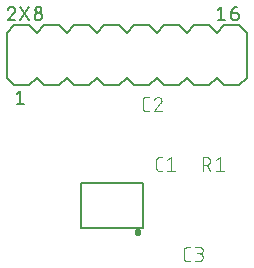
<source format=gbr>
G04 EAGLE Gerber RS-274X export*
G75*
%MOMM*%
%FSLAX34Y34*%
%LPD*%
%INSilkscreen Top*%
%IPPOS*%
%AMOC8*
5,1,8,0,0,1.08239X$1,22.5*%
G01*
%ADD10C,0.152400*%
%ADD11C,0.127000*%
%ADD12C,0.101600*%
%ADD13C,0.304800*%


D10*
X31750Y228600D02*
X44450Y228600D01*
X50800Y222250D01*
X57150Y228600D01*
X69850Y228600D01*
X76200Y222250D01*
X31750Y228600D02*
X25400Y222250D01*
X76200Y222250D02*
X82550Y228600D01*
X95250Y228600D01*
X101600Y222250D01*
X107950Y228600D02*
X120650Y228600D01*
X127000Y222250D01*
X133350Y228600D01*
X146050Y228600D01*
X152400Y222250D01*
X107950Y228600D02*
X101600Y222250D01*
X152400Y222250D02*
X158750Y228600D01*
X171450Y228600D01*
X177800Y222250D01*
X50800Y184150D02*
X44450Y177800D01*
X69850Y177800D02*
X76200Y184150D01*
X69850Y177800D02*
X57150Y177800D01*
X50800Y184150D01*
X25400Y184150D02*
X25400Y222250D01*
X25400Y184150D02*
X31750Y177800D01*
X44450Y177800D01*
X95250Y177800D02*
X101600Y184150D01*
X95250Y177800D02*
X82550Y177800D01*
X76200Y184150D01*
X120650Y177800D02*
X127000Y184150D01*
X146050Y177800D02*
X152400Y184150D01*
X146050Y177800D02*
X133350Y177800D01*
X127000Y184150D01*
X107950Y177800D02*
X101600Y184150D01*
X107950Y177800D02*
X120650Y177800D01*
X171450Y177800D02*
X177800Y184150D01*
X171450Y177800D02*
X158750Y177800D01*
X152400Y184150D01*
X184150Y228600D02*
X196850Y228600D01*
X203200Y222250D01*
X209550Y228600D01*
X222250Y228600D01*
X228600Y222250D01*
X184150Y228600D02*
X177800Y222250D01*
X228600Y222250D02*
X228600Y184150D01*
X203200Y184150D02*
X196850Y177800D01*
X222250Y177800D02*
X228600Y184150D01*
X222250Y177800D02*
X209550Y177800D01*
X203200Y184150D01*
X184150Y177800D02*
X177800Y184150D01*
X184150Y177800D02*
X196850Y177800D01*
D11*
X36830Y173355D02*
X33655Y170815D01*
X36830Y173355D02*
X36830Y161925D01*
X33655Y161925D02*
X40005Y161925D01*
X203835Y241935D02*
X207010Y244475D01*
X207010Y233045D01*
X203835Y233045D02*
X210185Y233045D01*
X215265Y239395D02*
X219075Y239395D01*
X219175Y239393D01*
X219274Y239387D01*
X219374Y239377D01*
X219472Y239364D01*
X219571Y239346D01*
X219668Y239325D01*
X219764Y239300D01*
X219860Y239271D01*
X219954Y239238D01*
X220047Y239202D01*
X220138Y239162D01*
X220228Y239118D01*
X220316Y239071D01*
X220402Y239021D01*
X220486Y238967D01*
X220568Y238910D01*
X220647Y238850D01*
X220725Y238786D01*
X220799Y238720D01*
X220871Y238651D01*
X220940Y238579D01*
X221006Y238505D01*
X221070Y238427D01*
X221130Y238348D01*
X221187Y238266D01*
X221241Y238182D01*
X221291Y238096D01*
X221338Y238008D01*
X221382Y237918D01*
X221422Y237827D01*
X221458Y237734D01*
X221491Y237640D01*
X221520Y237544D01*
X221545Y237448D01*
X221566Y237351D01*
X221584Y237252D01*
X221597Y237154D01*
X221607Y237054D01*
X221613Y236955D01*
X221615Y236855D01*
X221615Y236220D01*
X221613Y236109D01*
X221607Y235999D01*
X221598Y235888D01*
X221584Y235778D01*
X221567Y235669D01*
X221546Y235560D01*
X221521Y235452D01*
X221492Y235345D01*
X221460Y235239D01*
X221424Y235134D01*
X221384Y235031D01*
X221341Y234929D01*
X221294Y234828D01*
X221243Y234729D01*
X221190Y234632D01*
X221133Y234538D01*
X221072Y234445D01*
X221009Y234354D01*
X220942Y234265D01*
X220872Y234179D01*
X220799Y234096D01*
X220724Y234014D01*
X220646Y233936D01*
X220564Y233861D01*
X220481Y233788D01*
X220395Y233718D01*
X220306Y233651D01*
X220215Y233588D01*
X220122Y233527D01*
X220027Y233470D01*
X219931Y233417D01*
X219832Y233366D01*
X219731Y233319D01*
X219629Y233276D01*
X219526Y233236D01*
X219421Y233200D01*
X219315Y233168D01*
X219208Y233139D01*
X219100Y233114D01*
X218991Y233093D01*
X218882Y233076D01*
X218772Y233062D01*
X218661Y233053D01*
X218551Y233047D01*
X218440Y233045D01*
X218329Y233047D01*
X218219Y233053D01*
X218108Y233062D01*
X217998Y233076D01*
X217889Y233093D01*
X217780Y233114D01*
X217672Y233139D01*
X217565Y233168D01*
X217459Y233200D01*
X217354Y233236D01*
X217251Y233276D01*
X217149Y233319D01*
X217048Y233366D01*
X216949Y233417D01*
X216853Y233470D01*
X216758Y233527D01*
X216665Y233588D01*
X216574Y233651D01*
X216485Y233718D01*
X216399Y233788D01*
X216316Y233861D01*
X216234Y233936D01*
X216156Y234014D01*
X216081Y234096D01*
X216008Y234179D01*
X215938Y234265D01*
X215871Y234354D01*
X215808Y234445D01*
X215747Y234538D01*
X215690Y234633D01*
X215637Y234729D01*
X215586Y234828D01*
X215539Y234929D01*
X215496Y235031D01*
X215456Y235134D01*
X215420Y235239D01*
X215388Y235345D01*
X215359Y235452D01*
X215334Y235560D01*
X215313Y235669D01*
X215296Y235778D01*
X215282Y235888D01*
X215273Y235999D01*
X215267Y236109D01*
X215265Y236220D01*
X215265Y239395D01*
X215267Y239535D01*
X215273Y239675D01*
X215282Y239815D01*
X215296Y239954D01*
X215313Y240093D01*
X215334Y240231D01*
X215359Y240369D01*
X215388Y240506D01*
X215420Y240642D01*
X215457Y240777D01*
X215497Y240911D01*
X215540Y241044D01*
X215588Y241176D01*
X215638Y241307D01*
X215693Y241436D01*
X215751Y241563D01*
X215812Y241689D01*
X215877Y241813D01*
X215946Y241935D01*
X216017Y242055D01*
X216092Y242173D01*
X216170Y242290D01*
X216252Y242404D01*
X216336Y242515D01*
X216424Y242624D01*
X216514Y242731D01*
X216608Y242836D01*
X216704Y242937D01*
X216803Y243036D01*
X216904Y243132D01*
X217009Y243226D01*
X217116Y243316D01*
X217225Y243404D01*
X217336Y243488D01*
X217450Y243570D01*
X217567Y243648D01*
X217685Y243723D01*
X217805Y243794D01*
X217927Y243863D01*
X218051Y243928D01*
X218177Y243989D01*
X218304Y244047D01*
X218433Y244102D01*
X218564Y244152D01*
X218696Y244200D01*
X218829Y244243D01*
X218963Y244283D01*
X219098Y244320D01*
X219234Y244352D01*
X219371Y244381D01*
X219509Y244406D01*
X219647Y244427D01*
X219786Y244444D01*
X219925Y244458D01*
X220065Y244467D01*
X220205Y244473D01*
X220345Y244475D01*
X32386Y241618D02*
X32384Y241722D01*
X32378Y241827D01*
X32369Y241931D01*
X32356Y242034D01*
X32338Y242137D01*
X32318Y242239D01*
X32293Y242341D01*
X32265Y242441D01*
X32233Y242541D01*
X32197Y242639D01*
X32158Y242736D01*
X32116Y242831D01*
X32070Y242925D01*
X32020Y243017D01*
X31968Y243107D01*
X31912Y243195D01*
X31852Y243281D01*
X31790Y243365D01*
X31725Y243446D01*
X31657Y243525D01*
X31585Y243602D01*
X31512Y243675D01*
X31435Y243747D01*
X31356Y243815D01*
X31275Y243880D01*
X31191Y243942D01*
X31105Y244002D01*
X31017Y244058D01*
X30927Y244110D01*
X30835Y244160D01*
X30741Y244206D01*
X30646Y244248D01*
X30549Y244287D01*
X30451Y244323D01*
X30351Y244355D01*
X30251Y244383D01*
X30149Y244408D01*
X30047Y244428D01*
X29944Y244446D01*
X29841Y244459D01*
X29737Y244468D01*
X29632Y244474D01*
X29528Y244476D01*
X29528Y244475D02*
X29410Y244473D01*
X29291Y244467D01*
X29173Y244458D01*
X29056Y244445D01*
X28939Y244427D01*
X28822Y244407D01*
X28706Y244382D01*
X28591Y244354D01*
X28478Y244321D01*
X28365Y244286D01*
X28253Y244246D01*
X28143Y244204D01*
X28034Y244157D01*
X27926Y244107D01*
X27821Y244054D01*
X27717Y243997D01*
X27615Y243937D01*
X27515Y243874D01*
X27417Y243807D01*
X27321Y243738D01*
X27228Y243665D01*
X27137Y243589D01*
X27048Y243511D01*
X26962Y243429D01*
X26879Y243345D01*
X26798Y243259D01*
X26721Y243169D01*
X26646Y243078D01*
X26574Y242984D01*
X26505Y242887D01*
X26440Y242789D01*
X26377Y242688D01*
X26318Y242585D01*
X26262Y242481D01*
X26210Y242375D01*
X26161Y242267D01*
X26116Y242158D01*
X26074Y242047D01*
X26036Y241935D01*
X31433Y239396D02*
X31509Y239471D01*
X31584Y239550D01*
X31655Y239631D01*
X31724Y239715D01*
X31789Y239801D01*
X31851Y239889D01*
X31911Y239979D01*
X31967Y240071D01*
X32020Y240166D01*
X32069Y240262D01*
X32115Y240360D01*
X32158Y240459D01*
X32197Y240560D01*
X32232Y240662D01*
X32264Y240765D01*
X32292Y240869D01*
X32317Y240974D01*
X32338Y241081D01*
X32355Y241187D01*
X32368Y241294D01*
X32377Y241402D01*
X32383Y241510D01*
X32385Y241618D01*
X31433Y239395D02*
X26035Y233045D01*
X32385Y233045D01*
X36830Y233045D02*
X44450Y244475D01*
X36830Y244475D02*
X44450Y233045D01*
X48895Y236220D02*
X48897Y236331D01*
X48903Y236441D01*
X48912Y236552D01*
X48926Y236662D01*
X48943Y236771D01*
X48964Y236880D01*
X48989Y236988D01*
X49018Y237095D01*
X49050Y237201D01*
X49086Y237306D01*
X49126Y237409D01*
X49169Y237511D01*
X49216Y237612D01*
X49267Y237711D01*
X49320Y237808D01*
X49377Y237902D01*
X49438Y237995D01*
X49501Y238086D01*
X49568Y238175D01*
X49638Y238261D01*
X49711Y238344D01*
X49786Y238426D01*
X49864Y238504D01*
X49946Y238579D01*
X50029Y238652D01*
X50115Y238722D01*
X50204Y238789D01*
X50295Y238852D01*
X50388Y238913D01*
X50482Y238970D01*
X50579Y239023D01*
X50678Y239074D01*
X50779Y239121D01*
X50881Y239164D01*
X50984Y239204D01*
X51089Y239240D01*
X51195Y239272D01*
X51302Y239301D01*
X51410Y239326D01*
X51519Y239347D01*
X51628Y239364D01*
X51738Y239378D01*
X51849Y239387D01*
X51959Y239393D01*
X52070Y239395D01*
X52181Y239393D01*
X52291Y239387D01*
X52402Y239378D01*
X52512Y239364D01*
X52621Y239347D01*
X52730Y239326D01*
X52838Y239301D01*
X52945Y239272D01*
X53051Y239240D01*
X53156Y239204D01*
X53259Y239164D01*
X53361Y239121D01*
X53462Y239074D01*
X53561Y239023D01*
X53658Y238970D01*
X53752Y238913D01*
X53845Y238852D01*
X53936Y238789D01*
X54025Y238722D01*
X54111Y238652D01*
X54194Y238579D01*
X54276Y238504D01*
X54354Y238426D01*
X54429Y238344D01*
X54502Y238261D01*
X54572Y238175D01*
X54639Y238086D01*
X54702Y237995D01*
X54763Y237902D01*
X54820Y237808D01*
X54873Y237711D01*
X54924Y237612D01*
X54971Y237511D01*
X55014Y237409D01*
X55054Y237306D01*
X55090Y237201D01*
X55122Y237095D01*
X55151Y236988D01*
X55176Y236880D01*
X55197Y236771D01*
X55214Y236662D01*
X55228Y236552D01*
X55237Y236441D01*
X55243Y236331D01*
X55245Y236220D01*
X55243Y236109D01*
X55237Y235999D01*
X55228Y235888D01*
X55214Y235778D01*
X55197Y235669D01*
X55176Y235560D01*
X55151Y235452D01*
X55122Y235345D01*
X55090Y235239D01*
X55054Y235134D01*
X55014Y235031D01*
X54971Y234929D01*
X54924Y234828D01*
X54873Y234729D01*
X54820Y234632D01*
X54763Y234538D01*
X54702Y234445D01*
X54639Y234354D01*
X54572Y234265D01*
X54502Y234179D01*
X54429Y234096D01*
X54354Y234014D01*
X54276Y233936D01*
X54194Y233861D01*
X54111Y233788D01*
X54025Y233718D01*
X53936Y233651D01*
X53845Y233588D01*
X53752Y233527D01*
X53657Y233470D01*
X53561Y233417D01*
X53462Y233366D01*
X53361Y233319D01*
X53259Y233276D01*
X53156Y233236D01*
X53051Y233200D01*
X52945Y233168D01*
X52838Y233139D01*
X52730Y233114D01*
X52621Y233093D01*
X52512Y233076D01*
X52402Y233062D01*
X52291Y233053D01*
X52181Y233047D01*
X52070Y233045D01*
X51959Y233047D01*
X51849Y233053D01*
X51738Y233062D01*
X51628Y233076D01*
X51519Y233093D01*
X51410Y233114D01*
X51302Y233139D01*
X51195Y233168D01*
X51089Y233200D01*
X50984Y233236D01*
X50881Y233276D01*
X50779Y233319D01*
X50678Y233366D01*
X50579Y233417D01*
X50483Y233470D01*
X50388Y233527D01*
X50295Y233588D01*
X50204Y233651D01*
X50115Y233718D01*
X50029Y233788D01*
X49946Y233861D01*
X49864Y233936D01*
X49786Y234014D01*
X49711Y234096D01*
X49638Y234179D01*
X49568Y234265D01*
X49501Y234354D01*
X49438Y234445D01*
X49377Y234538D01*
X49320Y234633D01*
X49267Y234729D01*
X49216Y234828D01*
X49169Y234929D01*
X49126Y235031D01*
X49086Y235134D01*
X49050Y235239D01*
X49018Y235345D01*
X48989Y235452D01*
X48964Y235560D01*
X48943Y235669D01*
X48926Y235778D01*
X48912Y235888D01*
X48903Y235999D01*
X48897Y236109D01*
X48895Y236220D01*
X49530Y241935D02*
X49532Y242035D01*
X49538Y242134D01*
X49548Y242234D01*
X49561Y242332D01*
X49579Y242431D01*
X49600Y242528D01*
X49625Y242624D01*
X49654Y242720D01*
X49687Y242814D01*
X49723Y242907D01*
X49763Y242998D01*
X49807Y243088D01*
X49854Y243176D01*
X49904Y243262D01*
X49958Y243346D01*
X50015Y243428D01*
X50075Y243507D01*
X50139Y243585D01*
X50205Y243659D01*
X50274Y243731D01*
X50346Y243800D01*
X50420Y243866D01*
X50498Y243930D01*
X50577Y243990D01*
X50659Y244047D01*
X50743Y244101D01*
X50829Y244151D01*
X50917Y244198D01*
X51007Y244242D01*
X51098Y244282D01*
X51191Y244318D01*
X51285Y244351D01*
X51381Y244380D01*
X51477Y244405D01*
X51574Y244426D01*
X51673Y244444D01*
X51771Y244457D01*
X51871Y244467D01*
X51970Y244473D01*
X52070Y244475D01*
X52170Y244473D01*
X52269Y244467D01*
X52369Y244457D01*
X52467Y244444D01*
X52566Y244426D01*
X52663Y244405D01*
X52759Y244380D01*
X52855Y244351D01*
X52949Y244318D01*
X53042Y244282D01*
X53133Y244242D01*
X53223Y244198D01*
X53311Y244151D01*
X53397Y244101D01*
X53481Y244047D01*
X53563Y243990D01*
X53642Y243930D01*
X53720Y243866D01*
X53794Y243800D01*
X53866Y243731D01*
X53935Y243659D01*
X54001Y243585D01*
X54065Y243507D01*
X54125Y243428D01*
X54182Y243346D01*
X54236Y243262D01*
X54286Y243176D01*
X54333Y243088D01*
X54377Y242998D01*
X54417Y242907D01*
X54453Y242814D01*
X54486Y242720D01*
X54515Y242624D01*
X54540Y242528D01*
X54561Y242431D01*
X54579Y242332D01*
X54592Y242234D01*
X54602Y242134D01*
X54608Y242035D01*
X54610Y241935D01*
X54608Y241835D01*
X54602Y241736D01*
X54592Y241636D01*
X54579Y241538D01*
X54561Y241439D01*
X54540Y241342D01*
X54515Y241246D01*
X54486Y241150D01*
X54453Y241056D01*
X54417Y240963D01*
X54377Y240872D01*
X54333Y240782D01*
X54286Y240694D01*
X54236Y240608D01*
X54182Y240524D01*
X54125Y240442D01*
X54065Y240363D01*
X54001Y240285D01*
X53935Y240211D01*
X53866Y240139D01*
X53794Y240070D01*
X53720Y240004D01*
X53642Y239940D01*
X53563Y239880D01*
X53481Y239823D01*
X53397Y239769D01*
X53311Y239719D01*
X53223Y239672D01*
X53133Y239628D01*
X53042Y239588D01*
X52949Y239552D01*
X52855Y239519D01*
X52759Y239490D01*
X52663Y239465D01*
X52566Y239444D01*
X52467Y239426D01*
X52369Y239413D01*
X52269Y239403D01*
X52170Y239397D01*
X52070Y239395D01*
X51970Y239397D01*
X51871Y239403D01*
X51771Y239413D01*
X51673Y239426D01*
X51574Y239444D01*
X51477Y239465D01*
X51381Y239490D01*
X51285Y239519D01*
X51191Y239552D01*
X51098Y239588D01*
X51007Y239628D01*
X50917Y239672D01*
X50829Y239719D01*
X50743Y239769D01*
X50659Y239823D01*
X50577Y239880D01*
X50498Y239940D01*
X50420Y240004D01*
X50346Y240070D01*
X50274Y240139D01*
X50205Y240211D01*
X50139Y240285D01*
X50075Y240363D01*
X50015Y240442D01*
X49958Y240524D01*
X49904Y240608D01*
X49854Y240694D01*
X49807Y240782D01*
X49763Y240872D01*
X49723Y240963D01*
X49687Y241056D01*
X49654Y241150D01*
X49625Y241246D01*
X49600Y241342D01*
X49579Y241439D01*
X49561Y241538D01*
X49548Y241636D01*
X49538Y241736D01*
X49532Y241835D01*
X49530Y241935D01*
D12*
X154314Y105283D02*
X156911Y105283D01*
X154314Y105283D02*
X154215Y105285D01*
X154115Y105291D01*
X154016Y105300D01*
X153918Y105313D01*
X153820Y105330D01*
X153722Y105351D01*
X153626Y105376D01*
X153531Y105404D01*
X153437Y105436D01*
X153344Y105471D01*
X153252Y105510D01*
X153162Y105553D01*
X153074Y105598D01*
X152987Y105648D01*
X152903Y105700D01*
X152820Y105756D01*
X152740Y105814D01*
X152662Y105876D01*
X152587Y105941D01*
X152514Y106009D01*
X152444Y106079D01*
X152376Y106152D01*
X152311Y106227D01*
X152249Y106305D01*
X152191Y106385D01*
X152135Y106468D01*
X152083Y106552D01*
X152033Y106639D01*
X151988Y106727D01*
X151945Y106817D01*
X151906Y106909D01*
X151871Y107002D01*
X151839Y107096D01*
X151811Y107191D01*
X151786Y107287D01*
X151765Y107385D01*
X151748Y107483D01*
X151735Y107581D01*
X151726Y107680D01*
X151720Y107780D01*
X151718Y107879D01*
X151718Y114371D01*
X151720Y114470D01*
X151726Y114570D01*
X151735Y114669D01*
X151748Y114767D01*
X151765Y114865D01*
X151786Y114963D01*
X151811Y115059D01*
X151839Y115154D01*
X151871Y115248D01*
X151906Y115341D01*
X151945Y115433D01*
X151988Y115523D01*
X152033Y115611D01*
X152083Y115698D01*
X152135Y115782D01*
X152191Y115865D01*
X152249Y115945D01*
X152311Y116023D01*
X152376Y116098D01*
X152444Y116171D01*
X152514Y116241D01*
X152587Y116309D01*
X152662Y116374D01*
X152740Y116436D01*
X152820Y116494D01*
X152903Y116550D01*
X152987Y116602D01*
X153074Y116652D01*
X153162Y116697D01*
X153252Y116740D01*
X153344Y116779D01*
X153436Y116814D01*
X153531Y116846D01*
X153626Y116874D01*
X153722Y116899D01*
X153820Y116920D01*
X153918Y116937D01*
X154016Y116950D01*
X154115Y116959D01*
X154215Y116965D01*
X154314Y116967D01*
X156911Y116967D01*
X161276Y114371D02*
X164521Y116967D01*
X164521Y105283D01*
X161276Y105283D02*
X167767Y105283D01*
X145401Y156083D02*
X142804Y156083D01*
X142705Y156085D01*
X142605Y156091D01*
X142506Y156100D01*
X142408Y156113D01*
X142310Y156130D01*
X142212Y156151D01*
X142116Y156176D01*
X142021Y156204D01*
X141927Y156236D01*
X141834Y156271D01*
X141742Y156310D01*
X141652Y156353D01*
X141564Y156398D01*
X141477Y156448D01*
X141393Y156500D01*
X141310Y156556D01*
X141230Y156614D01*
X141152Y156676D01*
X141077Y156741D01*
X141004Y156809D01*
X140934Y156879D01*
X140866Y156952D01*
X140801Y157027D01*
X140739Y157105D01*
X140681Y157185D01*
X140625Y157268D01*
X140573Y157352D01*
X140523Y157439D01*
X140478Y157527D01*
X140435Y157617D01*
X140396Y157709D01*
X140361Y157802D01*
X140329Y157896D01*
X140301Y157991D01*
X140276Y158087D01*
X140255Y158185D01*
X140238Y158283D01*
X140225Y158381D01*
X140216Y158480D01*
X140210Y158580D01*
X140208Y158679D01*
X140208Y165171D01*
X140210Y165270D01*
X140216Y165370D01*
X140225Y165469D01*
X140238Y165567D01*
X140255Y165665D01*
X140276Y165763D01*
X140301Y165859D01*
X140329Y165954D01*
X140361Y166048D01*
X140396Y166141D01*
X140435Y166233D01*
X140478Y166323D01*
X140523Y166411D01*
X140573Y166498D01*
X140625Y166582D01*
X140681Y166665D01*
X140739Y166745D01*
X140801Y166823D01*
X140866Y166898D01*
X140934Y166971D01*
X141004Y167041D01*
X141077Y167109D01*
X141152Y167174D01*
X141230Y167236D01*
X141310Y167294D01*
X141393Y167350D01*
X141477Y167402D01*
X141564Y167452D01*
X141652Y167497D01*
X141742Y167540D01*
X141834Y167579D01*
X141926Y167614D01*
X142021Y167646D01*
X142116Y167674D01*
X142212Y167699D01*
X142310Y167720D01*
X142408Y167737D01*
X142506Y167750D01*
X142605Y167759D01*
X142705Y167765D01*
X142804Y167767D01*
X145401Y167767D01*
X153336Y167767D02*
X153443Y167765D01*
X153549Y167759D01*
X153655Y167749D01*
X153761Y167736D01*
X153867Y167718D01*
X153971Y167697D01*
X154075Y167672D01*
X154178Y167643D01*
X154279Y167611D01*
X154379Y167574D01*
X154478Y167534D01*
X154576Y167491D01*
X154672Y167444D01*
X154766Y167393D01*
X154858Y167339D01*
X154948Y167282D01*
X155036Y167222D01*
X155121Y167158D01*
X155204Y167091D01*
X155285Y167021D01*
X155363Y166949D01*
X155439Y166873D01*
X155511Y166795D01*
X155581Y166714D01*
X155648Y166631D01*
X155712Y166546D01*
X155772Y166458D01*
X155829Y166368D01*
X155883Y166276D01*
X155934Y166182D01*
X155981Y166086D01*
X156024Y165988D01*
X156064Y165889D01*
X156101Y165789D01*
X156133Y165688D01*
X156162Y165585D01*
X156187Y165481D01*
X156208Y165377D01*
X156226Y165271D01*
X156239Y165165D01*
X156249Y165059D01*
X156255Y164953D01*
X156257Y164846D01*
X153336Y167767D02*
X153215Y167765D01*
X153094Y167759D01*
X152974Y167749D01*
X152853Y167736D01*
X152734Y167718D01*
X152614Y167697D01*
X152496Y167672D01*
X152379Y167643D01*
X152262Y167610D01*
X152147Y167574D01*
X152033Y167533D01*
X151920Y167490D01*
X151808Y167442D01*
X151699Y167391D01*
X151591Y167336D01*
X151484Y167278D01*
X151380Y167217D01*
X151278Y167152D01*
X151178Y167084D01*
X151080Y167013D01*
X150984Y166939D01*
X150891Y166862D01*
X150801Y166781D01*
X150713Y166698D01*
X150628Y166612D01*
X150545Y166523D01*
X150466Y166432D01*
X150389Y166338D01*
X150316Y166242D01*
X150246Y166144D01*
X150179Y166043D01*
X150115Y165940D01*
X150055Y165835D01*
X149998Y165728D01*
X149944Y165620D01*
X149894Y165510D01*
X149848Y165398D01*
X149805Y165285D01*
X149766Y165170D01*
X155284Y162574D02*
X155363Y162651D01*
X155439Y162732D01*
X155512Y162815D01*
X155582Y162900D01*
X155649Y162988D01*
X155713Y163078D01*
X155773Y163170D01*
X155830Y163265D01*
X155884Y163361D01*
X155935Y163459D01*
X155982Y163559D01*
X156026Y163661D01*
X156066Y163764D01*
X156102Y163868D01*
X156134Y163974D01*
X156163Y164080D01*
X156188Y164188D01*
X156210Y164296D01*
X156227Y164406D01*
X156241Y164515D01*
X156250Y164625D01*
X156256Y164736D01*
X156258Y164846D01*
X155284Y162574D02*
X149766Y156083D01*
X156257Y156083D01*
X177729Y29083D02*
X180326Y29083D01*
X177729Y29083D02*
X177630Y29085D01*
X177530Y29091D01*
X177431Y29100D01*
X177333Y29113D01*
X177235Y29130D01*
X177137Y29151D01*
X177041Y29176D01*
X176946Y29204D01*
X176852Y29236D01*
X176759Y29271D01*
X176667Y29310D01*
X176577Y29353D01*
X176489Y29398D01*
X176402Y29448D01*
X176318Y29500D01*
X176235Y29556D01*
X176155Y29614D01*
X176077Y29676D01*
X176002Y29741D01*
X175929Y29809D01*
X175859Y29879D01*
X175791Y29952D01*
X175726Y30027D01*
X175664Y30105D01*
X175606Y30185D01*
X175550Y30268D01*
X175498Y30352D01*
X175448Y30439D01*
X175403Y30527D01*
X175360Y30617D01*
X175321Y30709D01*
X175286Y30802D01*
X175254Y30896D01*
X175226Y30991D01*
X175201Y31087D01*
X175180Y31185D01*
X175163Y31283D01*
X175150Y31381D01*
X175141Y31480D01*
X175135Y31580D01*
X175133Y31679D01*
X175133Y38171D01*
X175135Y38270D01*
X175141Y38370D01*
X175150Y38469D01*
X175163Y38567D01*
X175180Y38665D01*
X175201Y38763D01*
X175226Y38859D01*
X175254Y38954D01*
X175286Y39048D01*
X175321Y39141D01*
X175360Y39233D01*
X175403Y39323D01*
X175448Y39411D01*
X175498Y39498D01*
X175550Y39582D01*
X175606Y39665D01*
X175664Y39745D01*
X175726Y39823D01*
X175791Y39898D01*
X175859Y39971D01*
X175929Y40041D01*
X176002Y40109D01*
X176077Y40174D01*
X176155Y40236D01*
X176235Y40294D01*
X176318Y40350D01*
X176402Y40402D01*
X176489Y40452D01*
X176577Y40497D01*
X176667Y40540D01*
X176759Y40579D01*
X176851Y40614D01*
X176946Y40646D01*
X177041Y40674D01*
X177137Y40699D01*
X177235Y40720D01*
X177333Y40737D01*
X177431Y40750D01*
X177530Y40759D01*
X177630Y40765D01*
X177729Y40767D01*
X180326Y40767D01*
X184691Y29083D02*
X187937Y29083D01*
X188050Y29085D01*
X188163Y29091D01*
X188276Y29101D01*
X188389Y29115D01*
X188501Y29132D01*
X188612Y29154D01*
X188722Y29179D01*
X188832Y29209D01*
X188940Y29242D01*
X189047Y29279D01*
X189153Y29319D01*
X189257Y29364D01*
X189360Y29412D01*
X189461Y29463D01*
X189560Y29518D01*
X189657Y29576D01*
X189752Y29638D01*
X189845Y29703D01*
X189935Y29771D01*
X190023Y29842D01*
X190109Y29917D01*
X190192Y29994D01*
X190272Y30074D01*
X190349Y30157D01*
X190424Y30243D01*
X190495Y30331D01*
X190563Y30421D01*
X190628Y30514D01*
X190690Y30609D01*
X190748Y30706D01*
X190803Y30805D01*
X190854Y30906D01*
X190902Y31009D01*
X190947Y31113D01*
X190987Y31219D01*
X191024Y31326D01*
X191057Y31434D01*
X191087Y31544D01*
X191112Y31654D01*
X191134Y31765D01*
X191151Y31877D01*
X191165Y31990D01*
X191175Y32103D01*
X191181Y32216D01*
X191183Y32329D01*
X191181Y32442D01*
X191175Y32555D01*
X191165Y32668D01*
X191151Y32781D01*
X191134Y32893D01*
X191112Y33004D01*
X191087Y33114D01*
X191057Y33224D01*
X191024Y33332D01*
X190987Y33439D01*
X190947Y33545D01*
X190902Y33649D01*
X190854Y33752D01*
X190803Y33853D01*
X190748Y33952D01*
X190690Y34049D01*
X190628Y34144D01*
X190563Y34237D01*
X190495Y34327D01*
X190424Y34415D01*
X190349Y34501D01*
X190272Y34584D01*
X190192Y34664D01*
X190109Y34741D01*
X190023Y34816D01*
X189935Y34887D01*
X189845Y34955D01*
X189752Y35020D01*
X189657Y35082D01*
X189560Y35140D01*
X189461Y35195D01*
X189360Y35246D01*
X189257Y35294D01*
X189153Y35339D01*
X189047Y35379D01*
X188940Y35416D01*
X188832Y35449D01*
X188722Y35479D01*
X188612Y35504D01*
X188501Y35526D01*
X188389Y35543D01*
X188276Y35557D01*
X188163Y35567D01*
X188050Y35573D01*
X187937Y35575D01*
X188586Y40767D02*
X184691Y40767D01*
X188586Y40767D02*
X188687Y40765D01*
X188787Y40759D01*
X188887Y40749D01*
X188987Y40736D01*
X189086Y40718D01*
X189185Y40697D01*
X189282Y40672D01*
X189379Y40643D01*
X189474Y40610D01*
X189568Y40574D01*
X189660Y40534D01*
X189751Y40491D01*
X189840Y40444D01*
X189927Y40394D01*
X190013Y40340D01*
X190096Y40283D01*
X190176Y40223D01*
X190255Y40160D01*
X190331Y40093D01*
X190404Y40024D01*
X190474Y39952D01*
X190542Y39878D01*
X190607Y39801D01*
X190668Y39721D01*
X190727Y39639D01*
X190782Y39555D01*
X190834Y39469D01*
X190883Y39381D01*
X190928Y39291D01*
X190970Y39199D01*
X191008Y39106D01*
X191042Y39011D01*
X191073Y38916D01*
X191100Y38819D01*
X191123Y38721D01*
X191143Y38622D01*
X191158Y38522D01*
X191170Y38422D01*
X191178Y38322D01*
X191182Y38221D01*
X191182Y38121D01*
X191178Y38020D01*
X191170Y37920D01*
X191158Y37820D01*
X191143Y37720D01*
X191123Y37621D01*
X191100Y37523D01*
X191073Y37426D01*
X191042Y37331D01*
X191008Y37236D01*
X190970Y37143D01*
X190928Y37051D01*
X190883Y36961D01*
X190834Y36873D01*
X190782Y36787D01*
X190727Y36703D01*
X190668Y36621D01*
X190607Y36541D01*
X190542Y36464D01*
X190474Y36390D01*
X190404Y36318D01*
X190331Y36249D01*
X190255Y36182D01*
X190176Y36119D01*
X190096Y36059D01*
X190013Y36002D01*
X189927Y35948D01*
X189840Y35898D01*
X189751Y35851D01*
X189660Y35808D01*
X189568Y35768D01*
X189474Y35732D01*
X189379Y35699D01*
X189282Y35670D01*
X189185Y35645D01*
X189086Y35624D01*
X188987Y35606D01*
X188887Y35593D01*
X188787Y35583D01*
X188687Y35577D01*
X188586Y35575D01*
X188586Y35574D02*
X185989Y35574D01*
X191008Y105283D02*
X191008Y116967D01*
X194254Y116967D01*
X194367Y116965D01*
X194480Y116959D01*
X194593Y116949D01*
X194706Y116935D01*
X194818Y116918D01*
X194929Y116896D01*
X195039Y116871D01*
X195149Y116841D01*
X195257Y116808D01*
X195364Y116771D01*
X195470Y116731D01*
X195574Y116686D01*
X195677Y116638D01*
X195778Y116587D01*
X195877Y116532D01*
X195974Y116474D01*
X196069Y116412D01*
X196162Y116347D01*
X196252Y116279D01*
X196340Y116208D01*
X196426Y116133D01*
X196509Y116056D01*
X196589Y115976D01*
X196666Y115893D01*
X196741Y115807D01*
X196812Y115719D01*
X196880Y115629D01*
X196945Y115536D01*
X197007Y115441D01*
X197065Y115344D01*
X197120Y115245D01*
X197171Y115144D01*
X197219Y115041D01*
X197264Y114937D01*
X197304Y114831D01*
X197341Y114724D01*
X197374Y114616D01*
X197404Y114506D01*
X197429Y114396D01*
X197451Y114285D01*
X197468Y114173D01*
X197482Y114060D01*
X197492Y113947D01*
X197498Y113834D01*
X197500Y113721D01*
X197498Y113608D01*
X197492Y113495D01*
X197482Y113382D01*
X197468Y113269D01*
X197451Y113157D01*
X197429Y113046D01*
X197404Y112936D01*
X197374Y112826D01*
X197341Y112718D01*
X197304Y112611D01*
X197264Y112505D01*
X197219Y112401D01*
X197171Y112298D01*
X197120Y112197D01*
X197065Y112098D01*
X197007Y112001D01*
X196945Y111906D01*
X196880Y111813D01*
X196812Y111723D01*
X196741Y111635D01*
X196666Y111549D01*
X196589Y111466D01*
X196509Y111386D01*
X196426Y111309D01*
X196340Y111234D01*
X196252Y111163D01*
X196162Y111095D01*
X196069Y111030D01*
X195974Y110968D01*
X195877Y110910D01*
X195778Y110855D01*
X195677Y110804D01*
X195574Y110756D01*
X195470Y110711D01*
X195364Y110671D01*
X195257Y110634D01*
X195149Y110601D01*
X195039Y110571D01*
X194929Y110546D01*
X194818Y110524D01*
X194706Y110507D01*
X194593Y110493D01*
X194480Y110483D01*
X194367Y110477D01*
X194254Y110475D01*
X194254Y110476D02*
X191008Y110476D01*
X194903Y110476D02*
X197499Y105283D01*
X202364Y114371D02*
X205610Y116967D01*
X205610Y105283D01*
X208855Y105283D02*
X202364Y105283D01*
D11*
X140300Y95200D02*
X140300Y57200D01*
X140300Y95200D02*
X88300Y95200D01*
X88300Y57200D01*
X140300Y57200D01*
D13*
X135300Y53200D02*
X135302Y53263D01*
X135308Y53325D01*
X135318Y53387D01*
X135331Y53449D01*
X135349Y53509D01*
X135370Y53568D01*
X135395Y53626D01*
X135424Y53682D01*
X135456Y53736D01*
X135491Y53788D01*
X135529Y53837D01*
X135571Y53885D01*
X135615Y53929D01*
X135663Y53971D01*
X135712Y54009D01*
X135764Y54044D01*
X135818Y54076D01*
X135874Y54105D01*
X135932Y54130D01*
X135991Y54151D01*
X136051Y54169D01*
X136113Y54182D01*
X136175Y54192D01*
X136237Y54198D01*
X136300Y54200D01*
X136363Y54198D01*
X136425Y54192D01*
X136487Y54182D01*
X136549Y54169D01*
X136609Y54151D01*
X136668Y54130D01*
X136726Y54105D01*
X136782Y54076D01*
X136836Y54044D01*
X136888Y54009D01*
X136937Y53971D01*
X136985Y53929D01*
X137029Y53885D01*
X137071Y53837D01*
X137109Y53788D01*
X137144Y53736D01*
X137176Y53682D01*
X137205Y53626D01*
X137230Y53568D01*
X137251Y53509D01*
X137269Y53449D01*
X137282Y53387D01*
X137292Y53325D01*
X137298Y53263D01*
X137300Y53200D01*
X137298Y53137D01*
X137292Y53075D01*
X137282Y53013D01*
X137269Y52951D01*
X137251Y52891D01*
X137230Y52832D01*
X137205Y52774D01*
X137176Y52718D01*
X137144Y52664D01*
X137109Y52612D01*
X137071Y52563D01*
X137029Y52515D01*
X136985Y52471D01*
X136937Y52429D01*
X136888Y52391D01*
X136836Y52356D01*
X136782Y52324D01*
X136726Y52295D01*
X136668Y52270D01*
X136609Y52249D01*
X136549Y52231D01*
X136487Y52218D01*
X136425Y52208D01*
X136363Y52202D01*
X136300Y52200D01*
X136237Y52202D01*
X136175Y52208D01*
X136113Y52218D01*
X136051Y52231D01*
X135991Y52249D01*
X135932Y52270D01*
X135874Y52295D01*
X135818Y52324D01*
X135764Y52356D01*
X135712Y52391D01*
X135663Y52429D01*
X135615Y52471D01*
X135571Y52515D01*
X135529Y52563D01*
X135491Y52612D01*
X135456Y52664D01*
X135424Y52718D01*
X135395Y52774D01*
X135370Y52832D01*
X135349Y52891D01*
X135331Y52951D01*
X135318Y53013D01*
X135308Y53075D01*
X135302Y53137D01*
X135300Y53200D01*
M02*

</source>
